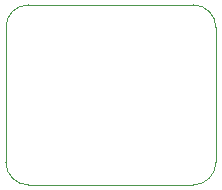
<source format=gm1>
G04 #@! TF.GenerationSoftware,KiCad,Pcbnew,(5.0.0-rc2-dev-444-g2974a2c10)*
G04 #@! TF.CreationDate,2019-08-03T11:43:22-07:00*
G04 #@! TF.ProjectId,AD5245_breakout,4144353234355F627265616B6F75742E,v01*
G04 #@! TF.SameCoordinates,Original*
G04 #@! TF.FileFunction,Profile,NP*
%FSLAX46Y46*%
G04 Gerber Fmt 4.6, Leading zero omitted, Abs format (unit mm)*
G04 Created by KiCad (PCBNEW (5.0.0-rc2-dev-444-g2974a2c10)) date 08/03/19 11:43:22*
%MOMM*%
%LPD*%
G01*
G04 APERTURE LIST*
%ADD10C,0.100000*%
G04 APERTURE END LIST*
D10*
X124460000Y-70485000D02*
X124460000Y-81915000D01*
X108585000Y-68580000D02*
X122555000Y-68580000D01*
X106680000Y-81915000D02*
X106680000Y-70485000D01*
X122555000Y-83820000D02*
X108585000Y-83820000D01*
X106680000Y-70485000D02*
G75*
G02X108585000Y-68580000I1905000J0D01*
G01*
X108585000Y-83820000D02*
G75*
G02X106680000Y-81915000I0J1905000D01*
G01*
X124460000Y-81915000D02*
G75*
G02X122555000Y-83820000I-1905000J0D01*
G01*
X122555000Y-68580000D02*
G75*
G02X124460000Y-70485000I0J-1905000D01*
G01*
M02*

</source>
